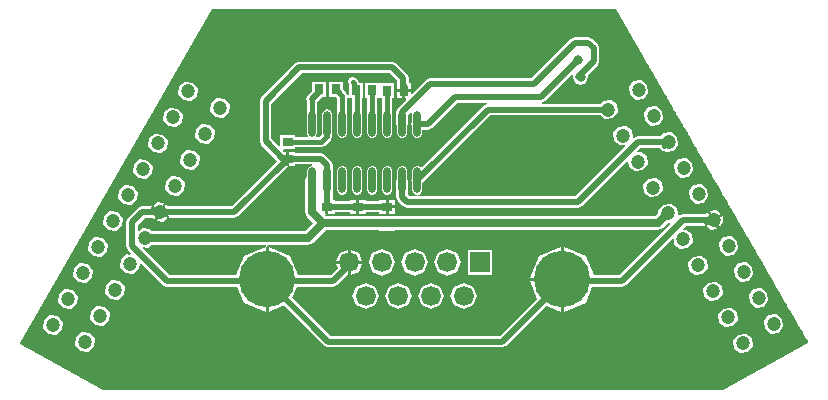
<source format=gbl>
%FSLAX44Y44*%
%MOMM*%
G71*
G01*
G75*
G04 Layer_Physical_Order=2*
G04 Layer_Color=16711680*
%ADD10C,0.2540*%
%ADD11C,0.2000*%
%ADD12C,0.5000*%
%ADD13C,1.2000*%
%ADD14C,4.7600*%
%ADD15R,1.6900X1.6900*%
%ADD16C,1.6900*%
%ADD17C,0.8000*%
%ADD18R,0.8000X0.9000*%
%ADD19R,0.9000X0.8000*%
%ADD20O,0.6000X2.2000*%
%ADD21C,0.4000*%
%ADD22C,0.7000*%
G36*
X448739Y302971D02*
X453540Y294656D01*
X453540Y294656D01*
X453540Y294656D01*
X454363Y293229D01*
X457099Y288492D01*
X457099Y288492D01*
X457099Y288492D01*
X460749Y282171D01*
X462402Y279308D01*
X462402D01*
X462402Y279308D01*
Y279308D01*
X462402D01*
X462605Y278956D01*
X463339Y277684D01*
X463339Y277684D01*
X463339D01*
X466134Y272844D01*
X466827Y271644D01*
X466827D01*
X466827Y271644D01*
Y271644D01*
X466827D01*
X468122Y269400D01*
X468815Y268200D01*
D01*
Y268200D01*
Y268200D01*
X468815D01*
X469559Y266911D01*
X469721Y266631D01*
X469721D01*
X469721Y266631D01*
Y266631D01*
X469721D01*
X469771Y266544D01*
X470111Y265956D01*
X470111Y265956D01*
X470111Y265956D01*
X470221Y265766D01*
X470547Y265200D01*
X470547Y265200D01*
X470547Y265200D01*
X470804Y264756D01*
X470808Y264748D01*
D01*
X470808Y264748D01*
Y264748D01*
D01*
X470947Y264508D01*
X470971Y264467D01*
X470971D01*
X470971Y264467D01*
Y264467D01*
X470971D01*
X471009Y264400D01*
X471099Y264244D01*
Y264244D01*
X471099Y264244D01*
X471108Y264229D01*
X471772Y263080D01*
D01*
X471772Y263079D01*
X471772Y263079D01*
X471772D01*
X472801Y261297D01*
X473088Y260800D01*
X473088Y260800D01*
X473088Y260800D01*
X473230Y260555D01*
X474172Y258923D01*
X474172Y258923D01*
X474172Y258923D01*
X474572Y258229D01*
X475845Y256026D01*
X475845D01*
X475845Y256026D01*
Y256026D01*
X475845D01*
X476989Y254044D01*
X477801Y252638D01*
Y252638D01*
X477801Y252638D01*
X478443Y251526D01*
X478634Y251194D01*
X478634D01*
X478634Y251194D01*
Y251194D01*
X478634D01*
X478881Y250768D01*
X478978Y250600D01*
X478978Y250600D01*
X478978Y250600D01*
X479335Y249982D01*
X479380Y249903D01*
X479380D01*
X479380Y249903D01*
Y249903D01*
X479380D01*
X479631Y249469D01*
X480042Y248756D01*
X480042D01*
X480042Y248756D01*
Y248756D01*
X480042D01*
X480866Y247329D01*
X480964Y247160D01*
X480964D01*
X480964Y247160D01*
Y247160D01*
X480964D01*
X481297Y246583D01*
X481352Y246488D01*
D01*
X481352Y246488D01*
Y246488D01*
D01*
X481664Y245947D01*
X482175Y245062D01*
X482175D01*
X482175Y245062D01*
Y245062D01*
X482175D01*
X482422Y244634D01*
X482922Y243769D01*
D01*
X482922Y243769D01*
X482922Y243769D01*
X482922Y243769D01*
X482922D01*
X482922D01*
D01*
X482922D01*
Y243769D01*
X483173Y243335D01*
X483672Y242470D01*
X483672Y242470D01*
X483672Y242470D01*
X484164Y241618D01*
X484758Y240589D01*
X484758D01*
X484758Y240589D01*
Y240589D01*
X484758D01*
X485502Y239300D01*
X485513Y239281D01*
D01*
X485513Y239281D01*
X485513Y239281D01*
X485513D01*
X486153Y238174D01*
X486678Y237263D01*
D01*
X486678Y237263D01*
Y237263D01*
X486678D01*
X486708Y237212D01*
X486976Y236747D01*
X486976Y236747D01*
X486976Y236747D01*
X487794Y235331D01*
X488494Y234119D01*
D01*
X488494Y234119D01*
X488494Y234119D01*
X488494Y234119D01*
X488494D01*
X488494D01*
D01*
X488494D01*
D01*
X489296Y232730D01*
X491835Y228332D01*
X491835D01*
X491835Y228332D01*
Y228332D01*
X491835D01*
X492081Y227906D01*
X492535Y227120D01*
X492535D01*
X492535Y227120D01*
Y227120D01*
X492535D01*
X492831Y226607D01*
X493092Y226156D01*
X493092Y226156D01*
X493092Y226156D01*
X493915Y224729D01*
X494365Y223950D01*
D01*
X494365Y223950D01*
X494365Y223950D01*
X494365D01*
X495722Y221600D01*
X496275Y220643D01*
X496275Y220643D01*
X496275Y220643D01*
X496646Y220000D01*
X497141Y219144D01*
D01*
X497141Y219144D01*
X497141Y219144D01*
X497141Y219144D01*
X497141D01*
X497141D01*
D01*
X497141D01*
Y219144D01*
D01*
X497310Y218850D01*
X497453Y218602D01*
Y218602D01*
X497453Y218602D01*
X497490Y218538D01*
X497611Y218330D01*
Y218330D01*
X497611Y218330D01*
X498159Y217379D01*
X498203Y217303D01*
D01*
Y217303D01*
Y217303D01*
X498203D01*
X498659Y216514D01*
X499035Y215863D01*
X499035Y215863D01*
X499035D01*
X499365Y215291D01*
X499551Y214969D01*
X499551D01*
X499551Y214969D01*
Y214969D01*
X499551D01*
X500111Y214000D01*
X500495Y213334D01*
X500495Y213334D01*
X500495Y213334D01*
X500994Y212469D01*
X501271Y211990D01*
X501271Y211990D01*
X501271D01*
Y211990D01*
X501271D01*
X501878Y210938D01*
X501997Y210733D01*
D01*
X501997Y210732D01*
X501997Y210732D01*
X501997Y210732D01*
X501997D01*
X501997D01*
D01*
X501997D01*
X502453Y209943D01*
X502611Y209671D01*
D01*
X502610Y209670D01*
X502611Y209670D01*
X502610Y209670D01*
X502611D01*
X502611D01*
D01*
X502611D01*
Y209670D01*
D01*
X503575Y208000D01*
X503829Y207559D01*
Y207559D01*
X503829Y207559D01*
X504037Y207200D01*
X504536Y206335D01*
X504536Y206335D01*
X504536Y206335D01*
X504562Y206291D01*
X504782Y205909D01*
Y205909D01*
X504782Y205909D01*
X505382Y204871D01*
X506366Y203166D01*
Y203166D01*
X506366Y203166D01*
X507572Y201077D01*
X508194Y200000D01*
Y200000D01*
X508194Y200000D01*
X508575Y199341D01*
X509074Y198476D01*
D01*
X509074Y198476D01*
Y198476D01*
D01*
X510183Y196556D01*
X510860Y195382D01*
Y195382D01*
X510860Y195382D01*
X510904Y195306D01*
X511007Y195129D01*
X511007D01*
X511007Y195129D01*
Y195129D01*
X511007D01*
X511168Y194850D01*
X511699Y193930D01*
X511699D01*
X511699Y193930D01*
Y193930D01*
X511699D01*
X512110Y193218D01*
X512431Y192661D01*
Y192661D01*
X512431Y192661D01*
X512885Y191875D01*
X513196Y191337D01*
X513196D01*
X513196Y191337D01*
Y191337D01*
X513196D01*
X513896Y190125D01*
X514396Y189260D01*
Y189260D01*
X514396Y189260D01*
X514698Y188736D01*
X515904Y186647D01*
X515904Y186647D01*
X515904Y186647D01*
X516388Y185809D01*
X516738Y185203D01*
D01*
X516738Y185203D01*
X516738Y185203D01*
X516738Y185203D01*
X516738D01*
X516738D01*
D01*
X516738D01*
Y185203D01*
D01*
X517484Y183912D01*
X517938Y183126D01*
X517938Y183126D01*
X517938Y183126D01*
X518905Y181450D01*
X519067Y181169D01*
D01*
X519067Y181169D01*
Y181169D01*
X519067D01*
X519573Y180293D01*
X520273Y179080D01*
X520273D01*
X520273Y179080D01*
Y179080D01*
X520273D01*
X520973Y177868D01*
X521025Y177778D01*
X521025D01*
X521025Y177778D01*
Y177778D01*
X521026D01*
X521276Y177344D01*
X522861Y174598D01*
D01*
Y174598D01*
Y174598D01*
X522862D01*
X523562Y173386D01*
X523606Y173309D01*
X523606Y173309D01*
X523606Y173309D01*
X524067Y172509D01*
X524767Y171297D01*
D01*
X524767Y171297D01*
X524767Y171297D01*
X524767Y171297D01*
X524767D01*
X524767D01*
D01*
X524767D01*
D01*
X525205Y170539D01*
X525726Y169637D01*
X525726Y169637D01*
X525726Y169637D01*
X525897Y169340D01*
X526597Y168128D01*
X526597D01*
X526597Y168128D01*
Y168128D01*
X526597D01*
X528172Y165400D01*
X528605Y164650D01*
X528605D01*
X528605Y164650D01*
Y164650D01*
X528605D01*
X528824Y164271D01*
X529685Y162780D01*
X529685Y162780D01*
X529685Y162780D01*
X530185Y161915D01*
X530639Y161129D01*
D01*
X530639Y161129D01*
X530639Y161129D01*
X530639D01*
X530935Y160616D01*
X531345Y159906D01*
Y159906D01*
X531345Y159906D01*
X531456Y159713D01*
X531637Y159400D01*
X531637Y159400D01*
X531637Y159400D01*
X532168Y158479D01*
X532469Y157959D01*
X532469D01*
X532469Y157959D01*
Y157959D01*
X532469D01*
X532538Y157839D01*
X532975Y157083D01*
X532975Y157083D01*
X532975Y157083D01*
X533227Y156646D01*
X533625Y155956D01*
X533625Y155956D01*
X533625Y155956D01*
X533727Y155781D01*
X534449Y154529D01*
X534449D01*
X534449Y154529D01*
Y154529D01*
X534449D01*
X534969Y153630D01*
X535563Y152601D01*
X535563Y152601D01*
X535563Y152601D01*
X536068Y151726D01*
X536256Y151400D01*
X536256Y151400D01*
X536256Y151400D01*
X536283Y151353D01*
D01*
Y151353D01*
X536283Y151353D01*
X536307Y151312D01*
X536388Y151171D01*
X536388D01*
X536388Y151171D01*
Y151171D01*
X536388D01*
X536763Y150523D01*
X537081Y149971D01*
X537081D01*
X537081Y149971D01*
Y149971D01*
X537081D01*
X537290Y149609D01*
X537399Y149420D01*
X537399D01*
X537399Y149420D01*
Y149420D01*
X537399D01*
X537468Y149300D01*
X538057Y148282D01*
Y148282D01*
X538057Y148282D01*
X538599Y147343D01*
X539098Y146478D01*
X539098Y146478D01*
X539098Y146478D01*
X539201Y146300D01*
X539351Y146040D01*
X539351Y146040D01*
X539351Y146040D01*
X539798Y145266D01*
X540101Y144741D01*
X540101D01*
X540101Y144741D01*
Y144741D01*
X540101D01*
X540869Y143411D01*
X541189Y142856D01*
X541189Y142856D01*
X541189Y142856D01*
X542151Y141191D01*
X542151D01*
X542151Y141191D01*
Y141190D01*
X542151D01*
X542387Y140783D01*
X542886Y139918D01*
X542886Y139918D01*
X542886Y139917D01*
X543158Y139447D01*
X543185Y139400D01*
Y139400D01*
X543185Y139400D01*
D01*
X543300Y139200D01*
D01*
Y139200D01*
Y139200D01*
X543300D01*
X543340Y139131D01*
X544539Y137055D01*
X544539D01*
X544539Y137055D01*
Y137054D01*
X544539D01*
X545170Y135962D01*
X546376Y133874D01*
X546376Y133874D01*
X546376Y133874D01*
X546428Y133784D01*
X546678Y133350D01*
Y133350D01*
X546678Y133350D01*
X548264Y130604D01*
X548964Y129391D01*
X548964Y129391D01*
X548964Y129391D01*
X549200Y128983D01*
X550407Y126892D01*
X550407Y126892D01*
X550407Y126892D01*
X550965Y125926D01*
X550980Y125900D01*
D01*
X550980Y125900D01*
Y125900D01*
X550980D01*
X552052Y124043D01*
X553258Y121955D01*
X553258D01*
X553258Y121955D01*
Y121955D01*
X553258D01*
X553792Y121029D01*
X554841Y119212D01*
X554841D01*
X554841Y119212D01*
Y119212D01*
X554841D01*
X555587Y117921D01*
X555688Y117746D01*
Y117746D01*
X555688Y117746D01*
X555838Y117486D01*
X556041Y117135D01*
X556041Y117135D01*
X556041Y117135D01*
X557871Y113965D01*
X558377Y113089D01*
X558377D01*
X558377Y113089D01*
Y113089D01*
X558377D01*
X559077Y111877D01*
X559129Y111787D01*
X559129D01*
X559129Y111786D01*
Y111786D01*
X559129D01*
X559380Y111353D01*
X559879Y110487D01*
X559879Y110487D01*
X559879Y110487D01*
X560959Y108617D01*
X560965Y108607D01*
X560965D01*
X560965Y108607D01*
Y108607D01*
X560965D01*
X561665Y107394D01*
X561709Y107318D01*
Y107318D01*
X561709Y107318D01*
X562171Y106518D01*
X562871Y105306D01*
D01*
X562871Y105306D01*
X562871Y105306D01*
X562871Y105306D01*
X562871D01*
X562871D01*
D01*
X562871D01*
Y105306D01*
D01*
X564001Y103349D01*
X564701Y102136D01*
X564701D01*
X564701Y102136D01*
Y102136D01*
X564701D01*
X564753Y102046D01*
X564924Y101750D01*
X564924Y101750D01*
X564924Y101750D01*
X565200Y101271D01*
X565421Y100889D01*
D01*
X565421Y100889D01*
X565421Y100889D01*
X565421Y100889D01*
X565421D01*
X565421D01*
D01*
X565421D01*
Y100889D01*
X565503Y100747D01*
X565959Y99958D01*
Y99958D01*
X565959Y99958D01*
X566709Y98659D01*
X567789Y96789D01*
X567789Y96789D01*
X567789Y96789D01*
X568288Y95924D01*
X568539Y95489D01*
X568539D01*
X568539Y95489D01*
Y95489D01*
X568539D01*
X568742Y95138D01*
X568757Y95111D01*
D01*
X568758Y95111D01*
Y95111D01*
X568758D01*
X570060Y92856D01*
X570670Y91798D01*
D01*
X570670Y91798D01*
X570670Y91798D01*
X570670Y91798D01*
X570670D01*
X570670D01*
D01*
X570670D01*
Y91798D01*
X570883Y91429D01*
X571331Y90655D01*
Y90655D01*
X571331Y90654D01*
X571830Y89789D01*
X572081Y89355D01*
D01*
X572081Y89355D01*
X572081Y89355D01*
X572081Y89355D01*
X572081D01*
X572081D01*
D01*
X572081D01*
Y89355D01*
X572580Y88490D01*
X573660Y86620D01*
X573660Y86620D01*
X573660Y86620D01*
X573666Y86610D01*
X574366Y85397D01*
D01*
X574366Y85397D01*
X574366Y85397D01*
X574366Y85397D01*
X574366D01*
X574366D01*
D01*
X574366D01*
Y85397D01*
X574410Y85321D01*
X574872Y84521D01*
Y84521D01*
X574872Y84521D01*
X575572Y83309D01*
X576618Y81498D01*
X576618Y81498D01*
X576618D01*
X577402Y80139D01*
X578491Y78253D01*
X578491Y78253D01*
X578491Y78253D01*
X579410Y76662D01*
X579842Y75914D01*
Y75914D01*
X579842D01*
X579907Y75802D01*
X580045Y75562D01*
X580045D01*
X580045Y75562D01*
X580490Y74791D01*
X580989Y73926D01*
Y73926D01*
X580989Y73926D01*
X581443Y73140D01*
X583214Y70074D01*
X583214D01*
X583214Y70074D01*
Y70074D01*
X583214D01*
X584032Y68657D01*
X584782Y67358D01*
X584782Y67358D01*
X584782Y67358D01*
X587573Y62524D01*
X589403Y59355D01*
X589403D01*
X589403Y59355D01*
Y59355D01*
X589403D01*
X590905Y56753D01*
X592111Y54665D01*
X592111Y54665D01*
X592111Y54665D01*
X592945Y53221D01*
X593191Y52794D01*
X593191D01*
X593191Y52794D01*
Y52794D01*
X593191D01*
X593941Y51495D01*
X594145Y51143D01*
Y51143D01*
X594145Y51143D01*
X594441Y50630D01*
X595275Y49186D01*
X595275D01*
X595275Y49186D01*
Y49186D01*
X595275D01*
X595975Y47974D01*
X596480Y47098D01*
X596480D01*
X596480Y47098D01*
Y47098D01*
X596480D01*
X597180Y45886D01*
X597696Y44993D01*
X597358Y43768D01*
X525722Y3788D01*
X986D01*
X-69475Y43112D01*
X-69813Y44337D01*
X93116Y326512D01*
X435146D01*
X448739Y302971D01*
D02*
G37*
%LPC*%
G36*
X292231Y123511D02*
X284233Y120198D01*
X280920Y112200D01*
X284233Y104202D01*
X292231Y100889D01*
X300229Y104202D01*
X303542Y112200D01*
X300229Y120198D01*
X292231Y123511D01*
D02*
G37*
G36*
X506746Y117999D02*
X500176Y117135D01*
X496141Y111877D01*
X497006Y105306D01*
X502264Y101271D01*
X508835Y102136D01*
X512869Y107394D01*
X512004Y113965D01*
X506746Y117999D01*
D02*
G37*
G36*
X140851Y125400D02*
Y97997D01*
Y70600D01*
X153679Y75914D01*
X187937Y41656D01*
X191381Y40229D01*
X338881D01*
X342325Y41656D01*
X376231Y75562D01*
X388211Y70600D01*
Y96730D01*
X362081D01*
X368391Y81498D01*
X336863Y49971D01*
X193398D01*
X161023Y82346D01*
X164785Y91429D01*
X195531D01*
X198975Y92856D01*
X207630Y101511D01*
X207861Y101415D01*
Y110930D01*
X198346D01*
X199789Y107446D01*
X193513Y101171D01*
X166193D01*
X159327Y117746D01*
X140851Y125400D01*
D02*
G37*
G36*
X264531Y123511D02*
X256533Y120198D01*
X253220Y112200D01*
X256533Y104202D01*
X264531Y100889D01*
X272529Y104202D01*
X275842Y112200D01*
X272529Y120198D01*
X264531Y123511D01*
D02*
G37*
G36*
X545283Y112652D02*
X538713Y111786D01*
X534678Y106529D01*
X535543Y99958D01*
X540801Y95924D01*
X547372Y96789D01*
X551406Y102046D01*
X550541Y108617D01*
X545283Y112652D01*
D02*
G37*
G36*
X388211Y125400D02*
X369734Y117746D01*
X362081Y99270D01*
X388211D01*
Y125400D01*
D02*
G37*
G36*
X236831Y123511D02*
X228833Y120198D01*
X225520Y112200D01*
X228833Y104202D01*
X236831Y100889D01*
X244829Y104202D01*
X248142Y112200D01*
X244829Y120198D01*
X236831Y123511D01*
D02*
G37*
G36*
X219916Y110930D02*
X210401D01*
Y101415D01*
X217129Y104202D01*
X219916Y110930D01*
D02*
G37*
G36*
X532583Y134649D02*
X526013Y133784D01*
X521978Y128526D01*
X522843Y121955D01*
X528101Y117921D01*
X534672Y118786D01*
X538706Y124043D01*
X537841Y130614D01*
X532583Y134649D01*
D02*
G37*
G36*
X6828Y155347D02*
X1570Y151312D01*
X705Y144741D01*
X4740Y139483D01*
X11311Y138618D01*
X16568Y142653D01*
X17434Y149224D01*
X13399Y154482D01*
X6828Y155347D01*
D02*
G37*
G36*
X517177Y146547D02*
X511234Y143115D01*
X515401Y139918D01*
X520609Y140603D01*
X517177Y146547D01*
D02*
G37*
G36*
X-5872Y133350D02*
X-11129Y129315D01*
X-11995Y122744D01*
X-7960Y117486D01*
X-1389Y116621D01*
X3868Y120656D01*
X4734Y127227D01*
X699Y132485D01*
X-5872Y133350D01*
D02*
G37*
G36*
X330381Y122650D02*
X309481D01*
Y101750D01*
X330381D01*
Y122650D01*
D02*
G37*
G36*
X207861Y122985D02*
X201133Y120198D01*
X198346Y113470D01*
X207861D01*
Y122985D01*
D02*
G37*
G36*
X210401D02*
Y113470D01*
X219916D01*
X217129Y120198D01*
X210401Y122985D01*
D02*
G37*
G36*
X532146Y74005D02*
X525576Y73140D01*
X521541Y67882D01*
X522406Y61312D01*
X527664Y57277D01*
X534235Y58142D01*
X538269Y63400D01*
X537404Y69971D01*
X532146Y74005D01*
D02*
G37*
G36*
X-3985Y75218D02*
X-9243Y71183D01*
X-10108Y64613D01*
X-6073Y59355D01*
X498Y58490D01*
X5756Y62524D01*
X6621Y69095D01*
X2586Y74353D01*
X-3985Y75218D01*
D02*
G37*
G36*
X222981Y95111D02*
X214983Y91798D01*
X211670Y83800D01*
X214983Y75802D01*
X222981Y72489D01*
X230979Y75802D01*
X234292Y83800D01*
X230979Y91798D01*
X222981Y95111D01*
D02*
G37*
G36*
X570683Y68657D02*
X564113Y67793D01*
X560078Y62535D01*
X560943Y55964D01*
X566201Y51929D01*
X572772Y52794D01*
X576806Y58052D01*
X575941Y64623D01*
X570683Y68657D01*
D02*
G37*
G36*
X544846Y52008D02*
X538276Y51143D01*
X534241Y45886D01*
X535106Y39315D01*
X540364Y35280D01*
X546935Y36145D01*
X550969Y41403D01*
X550104Y47974D01*
X544846Y52008D01*
D02*
G37*
G36*
X-16685Y53221D02*
X-21943Y49186D01*
X-22808Y42616D01*
X-18773Y37358D01*
X-12202Y36493D01*
X-6945Y40527D01*
X-6079Y47098D01*
X-10114Y52356D01*
X-16685Y53221D01*
D02*
G37*
G36*
X-43972Y67358D02*
X-49229Y63324D01*
X-50095Y56753D01*
X-46060Y51495D01*
X-39489Y50630D01*
X-34232Y54665D01*
X-33366Y61235D01*
X-37401Y66493D01*
X-43972Y67358D01*
D02*
G37*
G36*
X250681Y95111D02*
X242683Y91798D01*
X239370Y83800D01*
X242683Y75802D01*
X250681Y72489D01*
X258679Y75802D01*
X261992Y83800D01*
X258679Y91798D01*
X250681Y95111D01*
D02*
G37*
G36*
X519446Y96003D02*
X512876Y95138D01*
X508841Y89880D01*
X509706Y83309D01*
X514964Y79274D01*
X521535Y80139D01*
X525569Y85397D01*
X524704Y91968D01*
X519446Y96003D01*
D02*
G37*
G36*
X8715Y97215D02*
X3457Y93180D01*
X2592Y86610D01*
X6627Y81352D01*
X13198Y80487D01*
X18455Y84521D01*
X19320Y91092D01*
X15286Y96350D01*
X8715Y97215D01*
D02*
G37*
G36*
X-18572Y111353D02*
X-23830Y107318D01*
X-24695Y100747D01*
X-20660Y95489D01*
X-14089Y94624D01*
X-8831Y98659D01*
X-7966Y105230D01*
X-12001Y110487D01*
X-18572Y111353D01*
D02*
G37*
G36*
X557983Y90655D02*
X551413Y89789D01*
X547378Y84532D01*
X548243Y77961D01*
X553501Y73926D01*
X560072Y74791D01*
X564106Y80049D01*
X563241Y86620D01*
X557983Y90655D01*
D02*
G37*
G36*
X278381Y95111D02*
X270383Y91798D01*
X267070Y83800D01*
X270383Y75802D01*
X278381Y72489D01*
X286379Y75802D01*
X289692Y83800D01*
X286379Y91798D01*
X278381Y95111D01*
D02*
G37*
G36*
X306081D02*
X298083Y91798D01*
X294770Y83800D01*
X298083Y75802D01*
X306081Y72489D01*
X314079Y75802D01*
X317392Y83800D01*
X314079Y91798D01*
X306081Y95111D01*
D02*
G37*
G36*
X-31272Y89355D02*
X-36530Y85321D01*
X-37395Y78750D01*
X-33360Y73492D01*
X-26789Y72627D01*
X-21532Y76662D01*
X-20666Y83232D01*
X-24701Y88490D01*
X-31272Y89355D01*
D02*
G37*
G36*
X84915Y229197D02*
X79657Y225163D01*
X78792Y218592D01*
X82827Y213334D01*
X89398Y212469D01*
X94656Y216504D01*
X95520Y223074D01*
X91486Y228332D01*
X84915Y229197D01*
D02*
G37*
G36*
X234502Y264400D02*
Y264400D01*
X222600D01*
Y251400D01*
X224251D01*
Y237600D01*
Y229600D01*
Y221600D01*
X225519Y218538D01*
X228581Y217270D01*
X231642Y218538D01*
X232910Y221600D01*
Y237600D01*
Y251400D01*
X234600D01*
X234600Y251400D01*
X234600D01*
X235400Y251000D01*
X235498Y251000D01*
X235498Y251000D01*
Y251000D01*
X236951D01*
Y237600D01*
Y229600D01*
Y221600D01*
X238219Y218538D01*
X241281Y217270D01*
X244342Y218538D01*
X245610Y221600D01*
Y237600D01*
Y251000D01*
X247400D01*
Y264000D01*
X235498D01*
X235498Y264000D01*
Y264000D01*
X235400Y264000D01*
D01*
X234600Y264400D01*
X234502Y264400D01*
X234502Y264400D01*
D02*
G37*
G36*
X57628Y243335D02*
X52371Y239300D01*
X51505Y232730D01*
X55540Y227472D01*
X62111Y226607D01*
X67368Y230641D01*
X68234Y237212D01*
X64199Y242470D01*
X57628Y243335D01*
D02*
G37*
G36*
X44928Y221338D02*
X39671Y217303D01*
X38805Y210732D01*
X42840Y205475D01*
X49411Y204610D01*
X54668Y208644D01*
X55534Y215215D01*
X51499Y220473D01*
X44928Y221338D01*
D02*
G37*
G36*
X32228Y199341D02*
X26971Y195306D01*
X26105Y188736D01*
X30140Y183478D01*
X36711Y182613D01*
X41968Y186647D01*
X42834Y193218D01*
X38799Y198476D01*
X32228Y199341D01*
D02*
G37*
G36*
X494483Y200640D02*
X487913Y199775D01*
X483878Y194517D01*
X484743Y187946D01*
X490001Y183912D01*
X496572Y184777D01*
X500606Y190035D01*
X499741Y196605D01*
X494483Y200640D01*
D02*
G37*
G36*
X72215Y207200D02*
X66957Y203166D01*
X66092Y196595D01*
X70127Y191337D01*
X76698Y190472D01*
X81955Y194506D01*
X82821Y201077D01*
X78786Y206335D01*
X72215Y207200D01*
D02*
G37*
G36*
X469083Y244634D02*
X462513Y243769D01*
X458478Y238511D01*
X459343Y231940D01*
X464601Y227906D01*
X471172Y228771D01*
X475206Y234029D01*
X474341Y240599D01*
X469083Y244634D01*
D02*
G37*
G36*
X212231Y269529D02*
X209169Y268261D01*
X207901Y265200D01*
X208600Y263513D01*
Y253944D01*
X207354Y253696D01*
X206242Y256381D01*
X203700Y258923D01*
Y265300D01*
X191700D01*
Y252300D01*
X198077D01*
X198851Y251526D01*
Y237600D01*
Y229600D01*
Y221600D01*
X200119Y218538D01*
X203181Y217270D01*
X206242Y218538D01*
X207510Y221600D01*
Y237600D01*
Y251400D01*
X208600D01*
Y251400D01*
X211551D01*
Y237600D01*
Y229600D01*
Y221600D01*
X212819Y218538D01*
X215881Y217270D01*
X218942Y218538D01*
X220210Y221600D01*
Y237600D01*
Y251400D01*
X220600D01*
Y264400D01*
X217683D01*
X216642Y266911D01*
X215292Y268261D01*
X212231Y269529D01*
D02*
G37*
G36*
X245600Y282171D02*
X167031D01*
X163587Y280744D01*
X134887Y252044D01*
X133460Y248600D01*
Y214969D01*
X134887Y211525D01*
X148327Y198085D01*
X109955Y159713D01*
X55403D01*
X54223Y161250D01*
X50791Y155307D01*
X56735Y151875D01*
X56556Y150512D01*
X55851Y149971D01*
X111973D01*
X115417Y151398D01*
X158019Y194000D01*
X155861D01*
Y199997D01*
Y206000D01*
X154188D01*
X153362Y206827D01*
X153848Y208000D01*
X163631D01*
Y209670D01*
X185631D01*
X188692Y210938D01*
X193542Y215788D01*
X194810Y218850D01*
Y229600D01*
Y237600D01*
X193542Y240662D01*
X190481Y241930D01*
X187419Y240662D01*
X186151Y237600D01*
Y229600D01*
Y221600D01*
Y220643D01*
X183837Y218330D01*
X181899D01*
X181193Y219386D01*
X182110Y221600D01*
Y237600D01*
Y248041D01*
X186369Y252300D01*
X189700D01*
Y265300D01*
X177700D01*
Y257407D01*
X174337Y254044D01*
X172910Y250600D01*
X173451Y249293D01*
Y237600D01*
Y229600D01*
Y221600D01*
X174368Y219386D01*
X173663Y218330D01*
X163631D01*
Y220000D01*
X150631D01*
Y211217D01*
X149458Y210731D01*
X143202Y216987D01*
Y246583D01*
X169048Y272429D01*
X243582D01*
X249829Y266182D01*
Y264000D01*
X249400D01*
Y258770D01*
X261400D01*
Y260555D01*
X261502Y260800D01*
X261400Y261045D01*
Y264000D01*
X260176D01*
X260075Y264244D01*
X259571Y264748D01*
Y268200D01*
X258144Y271644D01*
X249044Y280744D01*
X245600Y282171D01*
D02*
G37*
G36*
X411600Y302971D02*
X400500D01*
X397056Y301544D01*
X363483Y267971D01*
X277800D01*
X274356Y266544D01*
X262573Y254762D01*
X261400Y255248D01*
Y256230D01*
X256670D01*
Y251000D01*
X257152D01*
X257638Y249827D01*
X250537Y242725D01*
X249110Y239281D01*
Y229600D01*
X249651Y228293D01*
Y221600D01*
X250919Y218538D01*
X253981Y217270D01*
X257042Y218538D01*
X258310Y221600D01*
Y228293D01*
X258852Y229600D01*
Y237263D01*
X262286Y240698D01*
X263342Y239992D01*
X262351Y237600D01*
Y230907D01*
X261810Y229600D01*
X262351Y228293D01*
Y221600D01*
X263619Y218538D01*
X266681Y217270D01*
X269742Y218538D01*
X271010Y221600D01*
Y224729D01*
X276231D01*
X279675Y226156D01*
X300848Y247329D01*
X325473D01*
X325721Y246084D01*
X323254Y245062D01*
X270670Y192477D01*
X269742Y192661D01*
X269742Y192661D01*
X269742Y192661D01*
X266681Y193930D01*
X263619Y192661D01*
X262351Y189600D01*
Y182906D01*
X261810Y181600D01*
X262351Y180293D01*
Y173600D01*
X263619Y170539D01*
X266208Y169466D01*
X266046Y168652D01*
X266046D01*
X265960Y168221D01*
X260268D01*
X258852Y169637D01*
Y181600D01*
X258310Y182906D01*
Y189600D01*
X257042Y192661D01*
X253981Y193930D01*
X250919Y192661D01*
X249651Y189600D01*
Y182906D01*
X249110Y181600D01*
Y167619D01*
X250537Y164175D01*
X254806Y159906D01*
X258250Y158479D01*
X402581D01*
X406025Y159906D01*
X406025Y159906D01*
X406025Y159906D01*
X444401Y198282D01*
X445603Y197873D01*
X446206Y193294D01*
X451464Y189260D01*
X458035Y190125D01*
X462069Y195382D01*
X461204Y201953D01*
X455946Y205988D01*
X453483Y205664D01*
X452922Y206803D01*
X455521Y209402D01*
X472065D01*
X472829Y207559D01*
X475890Y206291D01*
X476483Y206537D01*
X477301Y205909D01*
X483872Y206774D01*
X487906Y212032D01*
X487041Y218602D01*
X481783Y222637D01*
X475213Y221772D01*
X473196Y219144D01*
X453504D01*
X450327Y217827D01*
X449433Y218344D01*
X449213Y218563D01*
X448504Y223950D01*
X443246Y227985D01*
X436676Y227120D01*
X432641Y221862D01*
X433506Y215291D01*
X438764Y211257D01*
X442374Y211732D01*
X442935Y210593D01*
X400563Y168221D01*
X267402D01*
X267316Y168652D01*
X267316D01*
X267154Y169466D01*
X269742Y170539D01*
X271010Y173600D01*
Y179041D01*
X328716Y236747D01*
X421511D01*
X426064Y233254D01*
X432635Y234119D01*
X436669Y239377D01*
X435804Y245947D01*
X430546Y249982D01*
X423976Y249117D01*
X421959Y246488D01*
X372625D01*
X372377Y247734D01*
X374844Y248756D01*
X397866Y271777D01*
X398922Y271072D01*
X398229Y269400D01*
X399656Y265956D01*
X399956Y265656D01*
X400048Y265618D01*
X400508Y264508D01*
X405100Y262606D01*
X409692Y264508D01*
X411594Y269100D01*
X411036Y270448D01*
X419544Y278956D01*
X420971Y282400D01*
Y293600D01*
X419544Y297044D01*
X415044Y301544D01*
X411600Y302971D01*
D02*
G37*
G36*
X254130Y256230D02*
X249400D01*
Y251000D01*
X254130D01*
Y256230D01*
D02*
G37*
G36*
X97615Y251194D02*
X92357Y247160D01*
X91492Y240589D01*
X95527Y235331D01*
X102098Y234466D01*
X107355Y238501D01*
X108221Y245071D01*
X104186Y250329D01*
X97615Y251194D01*
D02*
G37*
G36*
X70328Y265332D02*
X65071Y261297D01*
X64205Y254727D01*
X68240Y249469D01*
X74811Y248604D01*
X80069Y252638D01*
X80934Y259209D01*
X76899Y264467D01*
X70328Y265332D01*
D02*
G37*
G36*
X456383Y266631D02*
X449813Y265766D01*
X445778Y260508D01*
X446643Y253937D01*
X451901Y249903D01*
X458472Y250768D01*
X462506Y256026D01*
X461641Y262596D01*
X456383Y266631D01*
D02*
G37*
G36*
X241281Y193930D02*
X238219Y192661D01*
X236951Y189600D01*
Y173600D01*
X238219Y170539D01*
X241281Y169270D01*
X244342Y170539D01*
X245610Y173600D01*
Y189600D01*
X244342Y192661D01*
X241281Y193930D01*
D02*
G37*
G36*
X223031Y165400D02*
X217801D01*
Y159397D01*
Y153400D01*
X223031D01*
Y154529D01*
X234731D01*
Y153200D01*
X239961D01*
Y159198D01*
Y165200D01*
X234731D01*
Y164271D01*
X223031D01*
Y165400D01*
D02*
G37*
G36*
X247731Y157930D02*
X242501D01*
Y153200D01*
X247731D01*
Y157930D01*
D02*
G37*
G36*
X46815Y163206D02*
X42648Y160008D01*
X48592Y156577D01*
X52023Y162520D01*
X46815Y163206D01*
D02*
G37*
G36*
X519883Y156646D02*
X514675Y155960D01*
X518107Y150016D01*
X524051Y153448D01*
X519883Y156646D01*
D02*
G37*
G36*
X525321Y151248D02*
X519377Y147817D01*
X522809Y141873D01*
X526006Y146040D01*
X525321Y151248D01*
D02*
G37*
G36*
X49521Y153107D02*
X46090Y147163D01*
X51298Y146478D01*
X55465Y149676D01*
X49521Y153107D01*
D02*
G37*
G36*
X163631Y206000D02*
X158401D01*
Y199997D01*
Y194000D01*
X163631D01*
Y195129D01*
X177422D01*
X177670Y193884D01*
X174719Y192661D01*
X173451Y189600D01*
Y185520D01*
X171828Y181600D01*
Y154850D01*
X173571Y150640D01*
X178812Y145400D01*
X172210Y138798D01*
X41872D01*
X40686Y140344D01*
X34115Y141209D01*
X31441Y139157D01*
X30302Y139718D01*
Y144283D01*
X35990Y149971D01*
X42710D01*
X43890Y148434D01*
X47322Y154377D01*
X41378Y157809D01*
X41557Y159172D01*
X42262Y159713D01*
X33973D01*
X30529Y158286D01*
X21987Y149744D01*
X20560Y146300D01*
Y125900D01*
X20560Y125900D01*
X20560Y125900D01*
X21987Y122456D01*
X24412Y120030D01*
X23850Y118891D01*
X21415Y119212D01*
X16157Y115177D01*
X15292Y108607D01*
X19327Y103349D01*
X25898Y102484D01*
X31156Y106518D01*
X31755Y111076D01*
X32958Y111484D01*
X51587Y92856D01*
X52595Y92438D01*
X55031Y91429D01*
X114377D01*
X119834Y78253D01*
X138311Y70600D01*
Y97997D01*
Y125400D01*
X119834Y117746D01*
X112969Y101171D01*
X57048D01*
X34398Y123821D01*
X34960Y124960D01*
X38598Y124481D01*
X41740Y126892D01*
X138658D01*
X138906Y125647D01*
X139581Y125926D01*
X139581D01*
Y125994D01*
X140479Y126892D01*
X174676D01*
X178885Y128635D01*
X178885Y128635D01*
X178885Y128635D01*
X189650Y139400D01*
X196831D01*
Y139447D01*
X210031D01*
Y139400D01*
X223031D01*
Y139447D01*
X234731D01*
Y139200D01*
X247731D01*
Y139447D01*
X255931D01*
X255931Y139447D01*
X470876D01*
X475085Y141191D01*
X479508Y145614D01*
X480829Y145787D01*
X481391Y144649D01*
X437913Y101171D01*
X416093D01*
X409227Y117746D01*
X390751Y125400D01*
Y97997D01*
Y70600D01*
X409227Y78253D01*
X414685Y91429D01*
X439931D01*
X443375Y92856D01*
X482537Y132017D01*
X483739Y131609D01*
X484306Y127303D01*
X489564Y123268D01*
X496135Y124134D01*
X500169Y129391D01*
X499304Y135962D01*
X494046Y139997D01*
X491939Y139719D01*
X491377Y140858D01*
X493930Y143411D01*
X510848D01*
X510143Y143952D01*
X509963Y145315D01*
X515907Y148747D01*
X512476Y154690D01*
X511296Y153152D01*
X491912D01*
X488468Y151726D01*
X487267Y152927D01*
X486604Y157959D01*
X481346Y161994D01*
X474776Y161129D01*
X470741Y155871D01*
X470995Y153939D01*
X468410Y151353D01*
X255931D01*
X255931Y151353D01*
X223031D01*
Y151400D01*
X210031D01*
Y151353D01*
X196831D01*
Y151400D01*
X189650D01*
X188823Y152227D01*
X189309Y153399D01*
X189061D01*
Y159403D01*
X191601D01*
Y153400D01*
X196831D01*
Y154529D01*
X210031D01*
Y153400D01*
X215261D01*
Y159397D01*
Y165400D01*
X210031D01*
Y164271D01*
X196831D01*
Y165400D01*
X195202D01*
Y181238D01*
X195352Y181600D01*
Y194850D01*
X193925Y198294D01*
X188775Y203444D01*
X185331Y204871D01*
X163631D01*
Y206000D01*
D02*
G37*
G36*
X247731Y165200D02*
X242501D01*
Y160470D01*
X247731D01*
Y165200D01*
D02*
G37*
G36*
X203181Y193930D02*
X200119Y192661D01*
X198851Y189600D01*
Y173600D01*
X200119Y170539D01*
X203181Y169270D01*
X206242Y170539D01*
X207510Y173600D01*
Y189600D01*
X206242Y192661D01*
X203181Y193930D01*
D02*
G37*
G36*
X215881D02*
X212819Y192661D01*
X211551Y189600D01*
Y173600D01*
X212819Y170539D01*
X215881Y169270D01*
X218942Y170539D01*
X220210Y173600D01*
Y189600D01*
X218942Y192661D01*
X215881Y193930D01*
D02*
G37*
G36*
X228581D02*
X225519Y192661D01*
X224251Y189600D01*
Y173600D01*
X225519Y170539D01*
X228581Y169270D01*
X231642Y170539D01*
X232910Y173600D01*
Y189600D01*
X231642Y192661D01*
X228581Y193930D01*
D02*
G37*
G36*
X59515Y185203D02*
X54257Y181169D01*
X53392Y174598D01*
X57427Y169340D01*
X63998Y168475D01*
X69255Y172509D01*
X70121Y179080D01*
X66086Y184338D01*
X59515Y185203D01*
D02*
G37*
G36*
X19528Y177344D02*
X14270Y173309D01*
X13405Y166738D01*
X17440Y161481D01*
X24011Y160616D01*
X29269Y164650D01*
X30134Y171221D01*
X26099Y176479D01*
X19528Y177344D01*
D02*
G37*
G36*
X507183Y178643D02*
X500613Y177778D01*
X496578Y172520D01*
X497443Y165949D01*
X502701Y161915D01*
X509272Y162780D01*
X513306Y168037D01*
X512441Y174608D01*
X507183Y178643D01*
D02*
G37*
G36*
X468646Y183991D02*
X462076Y183126D01*
X458041Y177868D01*
X458906Y171297D01*
X464164Y167263D01*
X470735Y168128D01*
X474769Y173386D01*
X473904Y179956D01*
X468646Y183991D01*
D02*
G37*
%LPD*%
D12*
X157131Y200000D02*
X185331D01*
X190481Y194850D01*
Y181600D02*
Y194850D01*
X221431Y159400D02*
X221431Y159400D01*
X49057Y154842D02*
X111973D01*
X157131Y200000D01*
X140181Y96300D02*
X195531D01*
X209731Y110500D01*
X140181Y96300D02*
X191381Y45100D01*
X338881D01*
X390081Y96300D01*
X190331Y159400D02*
Y181450D01*
X190481Y181600D01*
X33973Y154842D02*
X49057D01*
X25431Y146300D02*
X33973Y154842D01*
X25431Y125900D02*
Y146300D01*
Y125900D02*
X55031Y96300D01*
X140181D01*
X491912Y148282D02*
X517642D01*
X439931Y96300D02*
X491912Y148282D01*
X390081Y96300D02*
X439931D01*
X402581Y163350D02*
X453504Y214273D01*
X479542D01*
X190331Y159400D02*
X221431D01*
X221431Y159400D02*
X241231D01*
X266681Y229600D02*
X276231D01*
X266681Y181600D02*
X326699Y241618D01*
X428305D01*
X138331Y248600D02*
X167031Y277300D01*
X245600D01*
X254700Y262731D02*
X256631Y260800D01*
X254700Y262731D02*
Y268200D01*
X245600Y277300D02*
X254700Y268200D01*
X183700Y256519D02*
Y258800D01*
X177781Y250600D02*
X183700Y256519D01*
X253981Y167619D02*
Y181600D01*
Y167619D02*
X258250Y163350D01*
X402581D01*
X371400Y252200D02*
X403100Y283900D01*
X298831Y252200D02*
X371400D01*
X276231Y229600D02*
X298831Y252200D01*
X403100Y269400D02*
X416100Y282400D01*
Y293600D01*
X411600Y298100D02*
X416100Y293600D01*
X400500Y298100D02*
X411600D01*
X365500Y263100D02*
X400500Y298100D01*
X138331Y214969D02*
Y248600D01*
Y214969D02*
X153300Y200000D01*
X157131D01*
X253981Y229600D02*
Y239281D01*
X277800Y263100D01*
X365500D01*
X403100Y269400D02*
X403400Y269100D01*
X405100D01*
D13*
X-41730Y58994D02*
D03*
X-29030Y80991D02*
D03*
X-16330Y102988D02*
D03*
X-3631Y124986D02*
D03*
X9069Y146982D02*
D03*
X21769Y168980D02*
D03*
X34469Y190977D02*
D03*
X47169Y212974D02*
D03*
X59869Y234971D02*
D03*
X72569Y256968D02*
D03*
X99857Y242830D02*
D03*
X87156Y220833D02*
D03*
X74457Y198836D02*
D03*
X61757Y176839D02*
D03*
X49057Y154842D02*
D03*
X36356Y132845D02*
D03*
X23656Y110848D02*
D03*
X10956Y88851D02*
D03*
X-1743Y66854D02*
D03*
X-14444Y44857D02*
D03*
X542605Y43644D02*
D03*
X529905Y65641D02*
D03*
X517205Y87638D02*
D03*
X504505Y109635D02*
D03*
X491805Y131632D02*
D03*
X479105Y153630D02*
D03*
X466405Y175627D02*
D03*
X453705Y197624D02*
D03*
X441005Y219621D02*
D03*
X428305Y241618D02*
D03*
X454142Y258267D02*
D03*
X466842Y236270D02*
D03*
X479542Y214273D02*
D03*
X492242Y192276D02*
D03*
X504942Y170279D02*
D03*
X517642Y148282D02*
D03*
X530342Y126285D02*
D03*
X543042Y104288D02*
D03*
X555742Y82290D02*
D03*
X568442Y60293D02*
D03*
D14*
X139581Y98000D02*
D03*
X389481D02*
D03*
D15*
X319931Y112200D02*
D03*
D16*
X306081Y83800D02*
D03*
X292231Y112200D02*
D03*
X278381Y83800D02*
D03*
X264531Y112200D02*
D03*
X250681Y83800D02*
D03*
X236831Y112200D02*
D03*
X222981Y83800D02*
D03*
X209131Y112200D02*
D03*
D17*
X403100Y283900D02*
D03*
X405100Y269100D02*
D03*
D18*
X214600Y257900D02*
D03*
X228600D02*
D03*
X183700Y258800D02*
D03*
X197700D02*
D03*
X255400Y257500D02*
D03*
X241400D02*
D03*
D19*
X157131Y200000D02*
D03*
Y214000D02*
D03*
X241231Y145200D02*
D03*
Y159200D02*
D03*
X216531Y145400D02*
D03*
Y159400D02*
D03*
X190331Y145400D02*
D03*
Y159400D02*
D03*
D20*
X266681Y181600D02*
D03*
X253981D02*
D03*
X241281D02*
D03*
X228581D02*
D03*
X215881D02*
D03*
X203181D02*
D03*
X190481D02*
D03*
X177781D02*
D03*
X266681Y229600D02*
D03*
X253981D02*
D03*
X241281D02*
D03*
X228581D02*
D03*
X215881D02*
D03*
X203181D02*
D03*
X190481D02*
D03*
X177781D02*
D03*
D21*
X241281D02*
Y256450D01*
X228581Y229600D02*
Y260050D01*
X215881Y229600D02*
Y258750D01*
X212231Y265200D02*
X213581Y263850D01*
X177781Y229600D02*
Y250600D01*
X190481Y218850D02*
Y229600D01*
X185631Y214000D02*
X190481Y218850D01*
X157131Y214000D02*
X185631D01*
X475890Y210621D02*
X479542Y214273D01*
X203181Y229600D02*
Y253319D01*
X197700Y258800D02*
X203181Y253319D01*
D22*
X255931Y145400D02*
X255931Y145400D01*
X221431Y145400D02*
X255931D01*
X190331D02*
X221431D01*
X177781Y154850D02*
Y181600D01*
Y154850D02*
X187231Y145400D01*
X190331D01*
X36356Y132845D02*
X174676D01*
X187231Y145400D01*
X255931Y145400D02*
X470876D01*
X479105Y153630D01*
M02*

</source>
